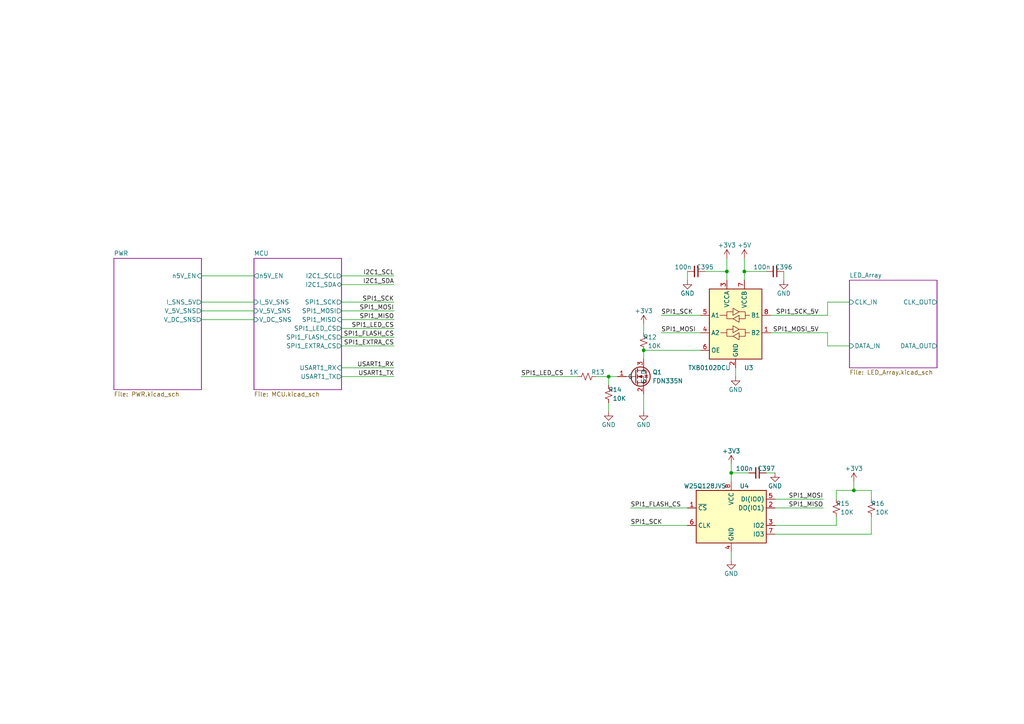
<source format=kicad_sch>
(kicad_sch (version 20210621) (generator eeschema)
  (paper "A4")
  (lib_symbols
    (symbol "Custom_Transistors:FDN335N"
      (property "Reference" "Q" (at 9.525 -13.97 0))
      (property "Value" "FDN335N" (at 8.89 -12.065 0))
      (symbol "FDN335N_0_1"
        (circle (center -0.889 0) (radius 2.794) (stroke (width 0.254)) (stroke (width 0.254)))
        (circle (center 0 -1.778) (radius 0.254) (fill (type outline)))
        (polyline (pts (xy -2.286 0) (xy -5.08 0)))
        (polyline (pts (xy -2.286 1.905) (xy -2.286 -1.905)) (stroke (width 0.254)))
        (polyline (pts (xy -1.778 -1.27) (xy -1.778 -2.286)) (stroke (width 0.254)))
        (polyline (pts (xy -1.778 0.508) (xy -1.778 -0.508)) (stroke (width 0.254)))
        (polyline (pts (xy -1.778 2.286) (xy -1.778 1.27)) (stroke (width 0.254)))
        (polyline (pts (xy 0 2.54) (xy 0 1.778)))
        (polyline (pts (xy 0 -2.54) (xy 0 0) (xy -1.778 0)))
        (polyline (pts (xy -1.778 -1.778) (xy 0.762 -1.778) (xy 0.762 1.778) (xy -1.778 1.778)))
        (polyline (pts (xy -1.524 0) (xy -0.508 0.381) (xy -0.508 -0.381) (xy -1.524 0)) (fill (type outline)))
        (polyline (pts (xy 0.254 0.508) (xy 0.381 0.381) (xy 1.143 0.381) (xy 1.27 0.254)))
        (polyline (pts (xy 0.762 0.381) (xy 0.381 -0.254) (xy 1.143 -0.254) (xy 0.762 0.381)))
        (circle (center 0 1.778) (radius 0.254) (fill (type outline)))
      )
      (symbol "FDN335N_1_1"
        (pin input line (at -7.62 0 0) (length 2.54) (name "G") (number "1"))
        (pin passive line (at 0 -5.08 90) (length 2.54) (name "S") (number "2"))
        (pin passive line (at 0 5.08 270) (length 2.54) (name "D") (number "3"))
      )
    )
    (symbol "Device:C_Small" (pin_numbers hide) (pin_names (offset 0.254) hide)
      (property "Reference" "C" (at 0.254 1.778 0))
      (property "Value" "C_Small" (at 0.254 -2.032 0))
      (symbol "C_Small_0_1"
        (polyline (pts (xy -1.524 -0.508) (xy 1.524 -0.508)) (stroke (width 0.3302)))
        (polyline (pts (xy -1.524 0.508) (xy 1.524 0.508)) (stroke (width 0.3048)))
      )
      (symbol "C_Small_1_1"
        (pin passive line (at 0 2.54 270) (length 2.032) (name "~") (number "1"))
        (pin passive line (at 0 -2.54 90) (length 2.032) (name "~") (number "2"))
      )
    )
    (symbol "Device:R_Small_US" (pin_numbers hide) (pin_names (offset 0.254) hide)
      (property "Reference" "R" (at 0.762 0.508 0))
      (property "Value" "R_Small_US" (at 0.762 -1.016 0))
      (symbol "R_Small_US_1_1"
        (polyline (pts (xy 0 0) (xy 1.016 -0.381) (xy 0 -0.762) (xy -1.016 -1.143) (xy 0 -1.524)))
        (polyline (pts (xy 0 1.524) (xy 1.016 1.143) (xy 0 0.762) (xy -1.016 0.381) (xy 0 0)))
        (pin passive line (at 0 2.54 270) (length 1.016) (name "~") (number "1"))
        (pin passive line (at 0 -2.54 90) (length 1.016) (name "~") (number "2"))
      )
    )
    (symbol "Logic_LevelTranslator:TXB0102DCU"
      (property "Reference" "U" (at -6.35 11.43 0))
      (property "Value" "TXB0102DCU" (at 3.81 11.43 0))
      (symbol "TXB0102DCU_0_1"
        (rectangle (start -7.62 10.16) (end 7.62 -10.16) (stroke (width 0.254)) (fill (type background)))
        (polyline (pts (xy -2.54 -2.54) (xy -2.54 -1.524) (xy -0.762 -1.524)))
        (polyline (pts (xy -2.54 2.54) (xy -2.54 3.556) (xy -0.762 3.556)))
        (polyline (pts (xy 2.794 -2.54) (xy 2.794 -3.556) (xy 1.016 -3.556)))
        (polyline (pts (xy 2.794 2.54) (xy 2.794 1.524) (xy 1.016 1.524)))
        (polyline (pts (xy -0.762 -3.556) (xy -2.54 -3.556) (xy -2.54 -2.54) (xy -4.318 -2.54)))
        (polyline (pts (xy -0.762 -2.54) (xy -0.762 -0.508) (xy 1.016 -1.524) (xy -0.762 -2.54)))
        (polyline (pts (xy -0.762 1.524) (xy -2.54 1.524) (xy -2.54 2.54) (xy -4.572 2.54)))
        (polyline (pts (xy -0.762 2.54) (xy -0.762 4.572) (xy 1.016 3.556) (xy -0.762 2.54)))
        (polyline (pts (xy 1.016 -2.54) (xy 1.016 -4.572) (xy -0.762 -3.556) (xy 1.016 -2.54)))
        (polyline (pts (xy 1.016 -1.524) (xy 2.794 -1.524) (xy 2.794 -2.54) (xy 4.064 -2.54)))
        (polyline (pts (xy 1.016 3.556) (xy 2.794 3.556) (xy 2.794 2.54) (xy 4.064 2.54)))
        (polyline (pts (xy 1.016 2.54) (xy 1.016 0.762) (xy 1.016 0.508) (xy -0.762 1.524) (xy 1.016 2.54)))
      )
      (symbol "TXB0102DCU_1_1"
        (pin bidirectional line (at 10.16 -2.54 180) (length 2.54) (name "B2") (number "1"))
        (pin power_in line (at 0 -12.7 90) (length 2.54) (name "GND") (number "2"))
        (pin power_in line (at -2.54 12.7 270) (length 2.54) (name "VCCA") (number "3"))
        (pin bidirectional line (at -10.16 -2.54 0) (length 2.54) (name "A2") (number "4"))
        (pin bidirectional line (at -10.16 2.54 0) (length 2.54) (name "A1") (number "5"))
        (pin input line (at -10.16 -7.62 0) (length 2.54) (name "OE") (number "6"))
        (pin power_in line (at 2.54 12.7 270) (length 2.54) (name "VCCB") (number "7"))
        (pin bidirectional line (at 10.16 2.54 180) (length 2.54) (name "B1") (number "8"))
      )
    )
    (symbol "Memory_Flash:W25Q128JVS"
      (property "Reference" "U" (at -8.89 8.89 0))
      (property "Value" "W25Q128JVS" (at 7.62 8.89 0))
      (symbol "W25Q128JVS_0_1"
        (rectangle (start -10.16 7.62) (end 10.16 -7.62) (stroke (width 0.254)) (fill (type background)))
      )
      (symbol "W25Q128JVS_1_1"
        (pin input line (at -12.7 2.54 0) (length 2.54) (name "~{CS}") (number "1"))
        (pin bidirectional line (at 12.7 2.54 180) (length 2.54) (name "DO(IO1)") (number "2"))
        (pin bidirectional line (at 12.7 -2.54 180) (length 2.54) (name "IO2") (number "3"))
        (pin power_in line (at 0 -10.16 90) (length 2.54) (name "GND") (number "4"))
        (pin bidirectional line (at 12.7 5.08 180) (length 2.54) (name "DI(IO0)") (number "5"))
        (pin input line (at -12.7 -2.54 0) (length 2.54) (name "CLK") (number "6"))
        (pin bidirectional line (at 12.7 -5.08 180) (length 2.54) (name "IO3") (number "7"))
        (pin power_in line (at 0 10.16 270) (length 2.54) (name "VCC") (number "8"))
      )
    )
    (symbol "power:+3V3" (power) (pin_names (offset 0))
      (property "Value" "+3V3" (at 0 3.556 0))
      (symbol "+3V3_0_1"
        (polyline (pts (xy -0.762 1.27) (xy 0 2.54)))
        (polyline (pts (xy 0 0) (xy 0 2.54)))
        (polyline (pts (xy 0 2.54) (xy 0.762 1.27)))
      )
      (symbol "+3V3_1_1"
        (pin power_in line (at 0 0 90) (length 0) hide (name "+3V3") (number "1"))
      )
    )
    (symbol "power:+5V" (power) (pin_names (offset 0))
      (property "Value" "+5V" (at 0 3.556 0))
      (symbol "+5V_0_1"
        (polyline (pts (xy -0.762 1.27) (xy 0 2.54)))
        (polyline (pts (xy 0 0) (xy 0 2.54)))
        (polyline (pts (xy 0 2.54) (xy 0.762 1.27)))
      )
      (symbol "+5V_1_1"
        (pin power_in line (at 0 0 90) (length 0) hide (name "+5V") (number "1"))
      )
    )
    (symbol "power:GND" (power) (pin_names (offset 0))
      (property "Value" "GND" (at 0 -3.81 0))
      (symbol "GND_0_1"
        (polyline (pts (xy 0 0) (xy 0 -1.27) (xy 1.27 -1.27) (xy 0 -2.54) (xy -1.27 -1.27) (xy 0 -1.27)))
      )
      (symbol "GND_1_1"
        (pin power_in line (at 0 0 270) (length 0) hide (name "GND") (number "1"))
      )
    )
  )
  (junction (at 176.53 109.22))
  (junction (at 186.69 101.6))
  (junction (at 210.82 78.74))
  (junction (at 212.09 137.16))
  (junction (at 215.9 78.74))
  (junction (at 247.65 142.24))
  (wire (pts (xy 58.42 80.01) (xy 73.66 80.01)))
  (wire (pts (xy 58.42 87.63) (xy 73.66 87.63)))
  (wire (pts (xy 58.42 90.17) (xy 73.66 90.17)))
  (wire (pts (xy 58.42 92.71) (xy 73.66 92.71)))
  (wire (pts (xy 99.06 80.01) (xy 114.3 80.01)))
  (wire (pts (xy 99.06 82.55) (xy 114.3 82.55)))
  (wire (pts (xy 99.06 87.63) (xy 114.3 87.63)))
  (wire (pts (xy 99.06 90.17) (xy 114.3 90.17)))
  (wire (pts (xy 99.06 92.71) (xy 114.3 92.71)))
  (wire (pts (xy 99.06 95.25) (xy 114.3 95.25)))
  (wire (pts (xy 99.06 97.79) (xy 114.3 97.79)))
  (wire (pts (xy 99.06 100.33) (xy 114.3 100.33)))
  (wire (pts (xy 99.06 106.68) (xy 114.3 106.68)))
  (wire (pts (xy 99.06 109.22) (xy 114.3 109.22)))
  (wire (pts (xy 151.13 109.22) (xy 167.64 109.22)))
  (wire (pts (xy 172.72 109.22) (xy 176.53 109.22)))
  (wire (pts (xy 176.53 109.22) (xy 176.53 111.76)))
  (wire (pts (xy 176.53 109.22) (xy 179.07 109.22)))
  (wire (pts (xy 176.53 116.84) (xy 176.53 119.38)))
  (wire (pts (xy 182.88 147.32) (xy 199.39 147.32)))
  (wire (pts (xy 182.88 152.4) (xy 199.39 152.4)))
  (wire (pts (xy 186.69 93.98) (xy 186.69 96.52)))
  (wire (pts (xy 186.69 101.6) (xy 203.2 101.6)))
  (wire (pts (xy 186.69 104.14) (xy 186.69 101.6)))
  (wire (pts (xy 186.69 114.3) (xy 186.69 119.38)))
  (wire (pts (xy 191.77 91.44) (xy 203.2 91.44)))
  (wire (pts (xy 191.77 96.52) (xy 203.2 96.52)))
  (wire (pts (xy 199.39 78.74) (xy 199.39 81.28)))
  (wire (pts (xy 204.47 78.74) (xy 210.82 78.74)))
  (wire (pts (xy 210.82 74.93) (xy 210.82 78.74)))
  (wire (pts (xy 210.82 78.74) (xy 210.82 81.28)))
  (wire (pts (xy 212.09 134.62) (xy 212.09 137.16)))
  (wire (pts (xy 212.09 137.16) (xy 212.09 139.7)))
  (wire (pts (xy 212.09 137.16) (xy 217.17 137.16)))
  (wire (pts (xy 212.09 160.02) (xy 212.09 162.56)))
  (wire (pts (xy 213.36 106.68) (xy 213.36 109.22)))
  (wire (pts (xy 215.9 74.93) (xy 215.9 78.74)))
  (wire (pts (xy 215.9 78.74) (xy 215.9 81.28)))
  (wire (pts (xy 215.9 78.74) (xy 222.25 78.74)))
  (wire (pts (xy 222.25 137.16) (xy 224.79 137.16)))
  (wire (pts (xy 223.52 91.44) (xy 240.03 91.44)))
  (wire (pts (xy 223.52 96.52) (xy 240.03 96.52)))
  (wire (pts (xy 224.79 144.78) (xy 238.76 144.78)))
  (wire (pts (xy 224.79 147.32) (xy 238.76 147.32)))
  (wire (pts (xy 224.79 152.4) (xy 242.57 152.4)))
  (wire (pts (xy 227.33 78.74) (xy 227.33 81.28)))
  (wire (pts (xy 240.03 87.63) (xy 240.03 91.44)))
  (wire (pts (xy 240.03 100.33) (xy 240.03 96.52)))
  (wire (pts (xy 242.57 142.24) (xy 242.57 144.78)))
  (wire (pts (xy 242.57 142.24) (xy 247.65 142.24)))
  (wire (pts (xy 242.57 152.4) (xy 242.57 149.86)))
  (wire (pts (xy 246.38 87.63) (xy 240.03 87.63)))
  (wire (pts (xy 246.38 100.33) (xy 240.03 100.33)))
  (wire (pts (xy 247.65 139.7) (xy 247.65 142.24)))
  (wire (pts (xy 247.65 142.24) (xy 252.73 142.24)))
  (wire (pts (xy 252.73 142.24) (xy 252.73 144.78)))
  (wire (pts (xy 252.73 149.86) (xy 252.73 154.94)))
  (wire (pts (xy 252.73 154.94) (xy 224.79 154.94)))
  (label "I2C1_SCL" (at 114.3 80.01 180))
  (label "I2C1_SDA" (at 114.3 82.55 180))
  (label "SPI1_SCK" (at 114.3 87.63 180))
  (label "SPI1_MOSI" (at 114.3 90.17 180))
  (label "SPI1_MISO" (at 114.3 92.71 180))
  (label "SPI1_LED_CS" (at 114.3 95.25 180))
  (label "SPI1_FLASH_CS" (at 114.3 97.79 180))
  (label "SPI1_EXTRA_CS" (at 114.3 100.33 180))
  (label "USART1_RX" (at 114.3 106.68 180))
  (label "USART1_TX" (at 114.3 109.22 180))
  (label "SPI1_LED_CS" (at 151.13 109.22 0))
  (label "SPI1_FLASH_CS" (at 182.88 147.32 0))
  (label "SPI1_SCK" (at 182.88 152.4 0))
  (label "SPI1_SCK" (at 191.77 91.44 0))
  (label "SPI1_MOSI" (at 191.77 96.52 0))
  (label "SPI1_SCK_5V" (at 237.49 91.44 180))
  (label "SPI1_MOSI_5V" (at 237.49 96.52 180))
  (label "SPI1_MOSI" (at 238.76 144.78 180))
  (label "SPI1_MISO" (at 238.76 147.32 180))
  (symbol (lib_id "power:+3V3") (at 186.69 93.98 0) (unit 1)
    (property "Reference" "#PWR01163" (effects hide))
    (property "Value" "+3V3" (at 186.69 90.17 0))
  )
  (symbol (lib_id "power:+3V3") (at 210.82 74.93 0) (unit 1)
    (property "Reference" "#PWR01159" (effects hide))
    (property "Value" "+3V3" (at 210.82 71.12 0))
  )
  (symbol (lib_id "power:+3V3") (at 212.09 134.62 0) (unit 1)
    (property "Reference" "#PWR01167" (effects hide))
    (property "Value" "+3V3" (at 212.09 130.81 0))
  )
  (symbol (lib_id "power:+5V") (at 215.9 74.93 0) (unit 1)
    (property "Reference" "#PWR01160" (effects hide))
    (property "Value" "+5V" (at 215.9 71.12 0))
  )
  (symbol (lib_id "power:+3V3") (at 247.65 139.7 0) (unit 1)
    (property "Reference" "#PWR01169" (effects hide))
    (property "Value" "+3V3" (at 247.65 135.89 0))
  )
  (symbol (lib_id "power:GND") (at 176.53 119.38 0) (unit 1)
    (property "Reference" "#PWR01165" (effects hide))
    (property "Value" "GND" (at 176.53 123.19 0))
  )
  (symbol (lib_id "power:GND") (at 186.69 119.38 0) (unit 1)
    (property "Reference" "#PWR01166" (effects hide))
    (property "Value" "GND" (at 186.69 123.19 0))
  )
  (symbol (lib_id "power:GND") (at 199.39 81.28 0) (unit 1)
    (property "Reference" "#PWR01161" (effects hide))
    (property "Value" "GND" (at 199.39 85.09 0))
  )
  (symbol (lib_id "power:GND") (at 212.09 162.56 0) (unit 1)
    (property "Reference" "#PWR01170" (effects hide))
    (property "Value" "GND" (at 212.09 166.37 0))
  )
  (symbol (lib_id "power:GND") (at 213.36 109.22 0) (unit 1)
    (property "Reference" "#PWR01164" (effects hide))
    (property "Value" "GND" (at 213.36 113.03 0))
  )
  (symbol (lib_id "power:GND") (at 224.79 137.16 0) (unit 1)
    (property "Reference" "#PWR01168" (effects hide))
    (property "Value" "GND" (at 224.79 140.97 0))
  )
  (symbol (lib_id "power:GND") (at 227.33 81.28 0) (unit 1)
    (property "Reference" "#PWR01162" (effects hide))
    (property "Value" "GND" (at 227.33 85.09 0))
  )
  (symbol (lib_id "Device:R_Small_US") (at 170.18 109.22 270) (unit 1)
    (property "Reference" "R13" (at 171.4501 107.95 90) (effects (justify left)))
    (property "Value" "1K" (at 165.1001 107.95 90) (effects (justify left)))
    (property "Footprint" "Resistor_SMD:R_0402_1005Metric_Pad0.72x0.64mm_HandSolder" (effects hide))
  )
  (symbol (lib_id "Device:R_Small_US") (at 176.53 114.3 180) (unit 1)
    (property "Reference" "R14" (at 180.34 113.0301 0) (effects (justify left)))
    (property "Value" "10K" (at 181.61 115.5701 0) (effects (justify left)))
    (property "Footprint" "Resistor_SMD:R_0402_1005Metric_Pad0.72x0.64mm_HandSolder" (effects hide))
  )
  (symbol (lib_id "Device:R_Small_US") (at 186.69 99.06 180) (unit 1)
    (property "Reference" "R12" (at 190.5 97.7901 0) (effects (justify left)))
    (property "Value" "10K" (at 191.77 100.3301 0) (effects (justify left)))
    (property "Footprint" "Resistor_SMD:R_0402_1005Metric_Pad0.72x0.64mm_HandSolder" (effects hide))
  )
  (symbol (lib_id "Device:R_Small_US") (at 242.57 147.32 180) (unit 1)
    (property "Reference" "R15" (at 246.38 146.0501 0) (effects (justify left)))
    (property "Value" "10K" (at 247.65 148.5901 0) (effects (justify left)))
    (property "Footprint" "Resistor_SMD:R_0402_1005Metric_Pad0.72x0.64mm_HandSolder" (effects hide))
  )
  (symbol (lib_id "Device:R_Small_US") (at 252.73 147.32 180) (unit 1)
    (property "Reference" "R16" (at 256.54 146.0501 0) (effects (justify left)))
    (property "Value" "10K" (at 257.81 148.5901 0) (effects (justify left)))
    (property "Footprint" "Resistor_SMD:R_0402_1005Metric_Pad0.72x0.64mm_HandSolder" (effects hide))
  )
  (symbol (lib_id "Device:C_Small") (at 201.93 78.74 270) (unit 1)
    (property "Reference" "C395" (at 204.47 77.47 90))
    (property "Value" "100n" (at 198.12 77.47 90))
    (property "Footprint" "Capacitor_SMD:C_0402_1005Metric_Pad0.74x0.62mm_HandSolder" (effects hide))
  )
  (symbol (lib_id "Device:C_Small") (at 219.71 137.16 270) (unit 1)
    (property "Reference" "C397" (at 222.25 135.89 90))
    (property "Value" "100n" (at 215.9 135.89 90))
    (property "Footprint" "Capacitor_SMD:C_0402_1005Metric_Pad0.74x0.62mm_HandSolder" (effects hide))
  )
  (symbol (lib_id "Device:C_Small") (at 224.79 78.74 270) (unit 1)
    (property "Reference" "C396" (at 227.33 77.47 90))
    (property "Value" "100n" (at 220.98 77.47 90))
    (property "Footprint" "Capacitor_SMD:C_0402_1005Metric_Pad0.74x0.62mm_HandSolder" (effects hide))
  )
  (symbol (lib_id "Custom_Transistors:FDN335N") (at 186.69 109.22 0) (unit 1)
    (property "Reference" "Q1" (at 189.23 107.9499 0) (effects (justify left)))
    (property "Value" "FDN335N" (at 189.23 110.4899 0) (effects (justify left)))
    (property "Footprint" "Package_TO_SOT_SMD:SOT-23" (effects hide))
    (property "Datasheet" "https://datasheet.lcsc.com/szlcsc/ON-Semicon-ON-FDN335N_C241804.pdf" (effects hide))
  )
  (symbol (lib_id "Memory_Flash:W25Q128JVS") (at 212.09 149.86 0) (unit 1)
    (property "Reference" "U4" (at 215.9 140.97 0))
    (property "Value" "W25Q128JVS" (at 204.47 140.97 0))
    (property "Footprint" "Package_SO:SOIC-8_5.23x5.23mm_P1.27mm" (effects hide))
    (property "Datasheet" "http://www.winbond.com/resource-files/w25q128jv_dtr%20revc%2003272018%20plus.pdf" (effects hide))
  )
  (symbol (lib_id "Logic_LevelTranslator:TXB0102DCU") (at 213.36 93.98 0) (unit 1)
    (property "Reference" "U3" (at 217.17 106.68 0))
    (property "Value" "TXB0102DCU" (at 205.74 106.68 0))
    (property "Footprint" "Package_SO:VSSOP-8_2.4x2.1mm_P0.5mm" (effects hide))
    (property "Datasheet" "http://www.ti.com/lit/ds/symlink/txb0102.pdf" (effects hide))
  )
  (sheet (at 246.38 81.28) (size 25.4 25.4) (stroke (width 0.1524) (color 132 0 132 1)) (fill (color 255 255 255 0.0000))
    (property "Sheet name" "LED_Array" (at 246.38 80.5684 0) (effects (justify left bottom)))
    (property "Sheet file" "LED_Array.kicad_sch" (at 246.38 107.2646 0) (effects (justify left top)))
    (pin "CLK_IN" input (at 246.38 87.63 180))
    (pin "DATA_IN" input (at 246.38 100.33 180))
    (pin "CLK_OUT" output (at 271.78 87.63 0))
    (pin "DATA_OUT" output (at 271.78 100.33 0))
  )
  (sheet (at 73.66 74.93) (size 25.4 38.1) (stroke (width 0.1524) (color 132 0 132 1)) (fill (color 255 255 255 0.0000))
    (property "Sheet name" "MCU" (at 73.66 74.2184 0) (effects (justify left bottom)))
    (property "Sheet file" "MCU.kicad_sch" (at 73.66 113.6146 0) (effects (justify left top)))
    (pin "I2C1_SCL" output (at 99.06 80.01 0))
    (pin "I2C1_SDA" bidirectional (at 99.06 82.55 0))
    (pin "SPI1_EXTRA_CS" output (at 99.06 100.33 0))
    (pin "SPI1_FLASH_CS" output (at 99.06 97.79 0))
    (pin "USART1_RX" input (at 99.06 106.68 0))
    (pin "USART1_TX" output (at 99.06 109.22 0))
    (pin "SPI1_MOSI" output (at 99.06 90.17 0))
    (pin "SPI1_MISO" input (at 99.06 92.71 0))
    (pin "SPI1_SCK" output (at 99.06 87.63 0))
    (pin "SPI1_LED_CS" output (at 99.06 95.25 0))
    (pin "n5V_EN" output (at 73.66 80.01 180))
    (pin "V_5V_SNS" input (at 73.66 90.17 180))
    (pin "I_5V_SNS" input (at 73.66 87.63 180))
    (pin "V_DC_SNS" input (at 73.66 92.71 180))
  )
  (sheet (at 33.02 74.93) (size 25.4 38.1) (stroke (width 0.1524) (color 132 0 132 1)) (fill (color 255 255 255 0.0000))
    (property "Sheet name" "PWR" (at 33.02 74.2184 0) (effects (justify left bottom)))
    (property "Sheet file" "PWR.kicad_sch" (at 33.02 113.6146 0) (effects (justify left top)))
    (pin "I_SNS_5V" output (at 58.42 87.63 0))
    (pin "V_5V_SNS" output (at 58.42 90.17 0))
    (pin "V_DC_SNS" output (at 58.42 92.71 0))
    (pin "n5V_EN" input (at 58.42 80.01 0))
  )
)
</source>
